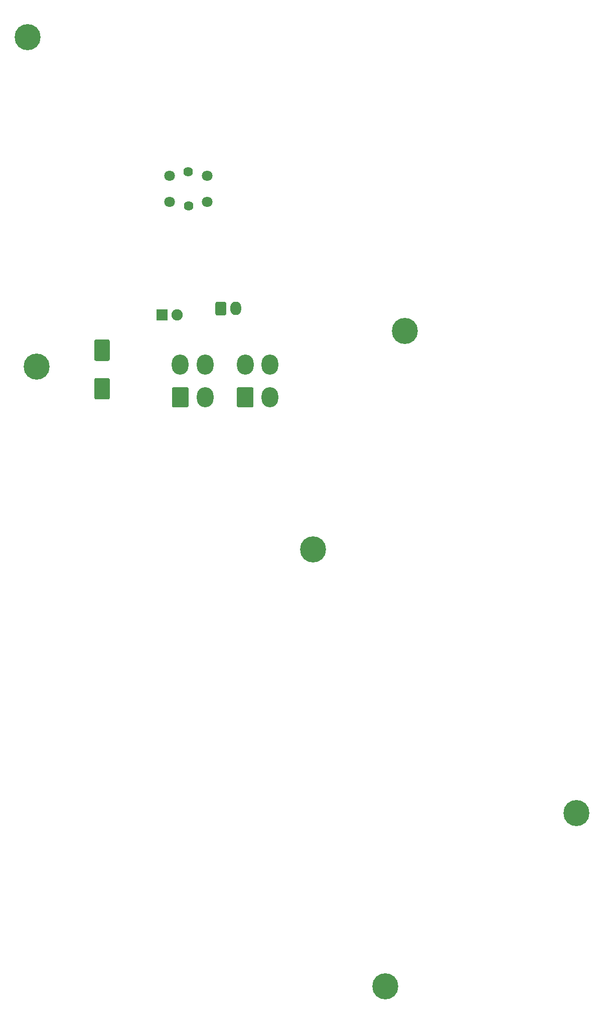
<source format=gbr>
%TF.GenerationSoftware,KiCad,Pcbnew,(5.1.6)-1*%
%TF.CreationDate,2021-08-25T11:31:01+10:00*%
%TF.ProjectId,DISP-EMC Panel PCB V1,44495350-2d45-44d4-9320-50616e656c20,rev?*%
%TF.SameCoordinates,Original*%
%TF.FileFunction,Soldermask,Bot*%
%TF.FilePolarity,Negative*%
%FSLAX46Y46*%
G04 Gerber Fmt 4.6, Leading zero omitted, Abs format (unit mm)*
G04 Created by KiCad (PCBNEW (5.1.6)-1) date 2021-08-25 11:31:01*
%MOMM*%
%LPD*%
G01*
G04 APERTURE LIST*
%ADD10C,4.400000*%
%ADD11O,2.800000X3.400000*%
%ADD12C,1.624000*%
%ADD13C,1.800000*%
%ADD14O,1.840000X2.290000*%
%ADD15C,1.900000*%
%ADD16R,1.900000X1.900000*%
G04 APERTURE END LIST*
D10*
%TO.C,6*%
X109829600Y-174244000D03*
%TD*%
%TO.C,5*%
X142087600Y-145034000D03*
%TD*%
%TO.C,4*%
X97637600Y-100558600D03*
%TD*%
%TO.C,3*%
X113131600Y-63754000D03*
%TD*%
%TO.C,3*%
X50977800Y-69748400D03*
%TD*%
%TO.C,1*%
X49403000Y-14198600D03*
%TD*%
D11*
%TO.C,J2*%
X79400000Y-69400000D03*
X75200000Y-69400000D03*
X79400000Y-74900000D03*
G36*
G01*
X73800000Y-76339600D02*
X73800000Y-73460400D01*
G75*
G02*
X74060400Y-73200000I260400J0D01*
G01*
X76339600Y-73200000D01*
G75*
G02*
X76600000Y-73460400I0J-260400D01*
G01*
X76600000Y-76339600D01*
G75*
G02*
X76339600Y-76600000I-260400J0D01*
G01*
X74060400Y-76600000D01*
G75*
G02*
X73800000Y-76339600I0J260400D01*
G01*
G37*
%TD*%
%TO.C,J1*%
X90350000Y-69400000D03*
X86150000Y-69400000D03*
X90350000Y-74900000D03*
G36*
G01*
X84750000Y-76339600D02*
X84750000Y-73460400D01*
G75*
G02*
X85010400Y-73200000I260400J0D01*
G01*
X87289600Y-73200000D01*
G75*
G02*
X87550000Y-73460400I0J-260400D01*
G01*
X87550000Y-76339600D01*
G75*
G02*
X87289600Y-76600000I-260400J0D01*
G01*
X85010400Y-76600000D01*
G75*
G02*
X84750000Y-76339600I0J260400D01*
G01*
G37*
%TD*%
D12*
%TO.C,SW1*%
X76595600Y-42671800D03*
X76555600Y-36880800D03*
D13*
X79730600Y-41960800D03*
X73380600Y-41960800D03*
X79730600Y-37515800D03*
X73380600Y-37515800D03*
%TD*%
D14*
%TO.C,J3*%
X84582000Y-59944000D03*
G36*
G01*
X81122000Y-60824633D02*
X81122000Y-59063367D01*
G75*
G02*
X81386367Y-58799000I264367J0D01*
G01*
X82697633Y-58799000D01*
G75*
G02*
X82962000Y-59063367I0J-264367D01*
G01*
X82962000Y-60824633D01*
G75*
G02*
X82697633Y-61089000I-264367J0D01*
G01*
X81386367Y-61089000D01*
G75*
G02*
X81122000Y-60824633I0J264367D01*
G01*
G37*
%TD*%
D15*
%TO.C,D1*%
X74644800Y-60998600D03*
D16*
X72104800Y-60998600D03*
%TD*%
%TO.C,C1*%
G36*
G01*
X63031400Y-68755200D02*
X60951400Y-68755200D01*
G75*
G02*
X60691400Y-68495200I0J260000D01*
G01*
X60691400Y-65415200D01*
G75*
G02*
X60951400Y-65155200I260000J0D01*
G01*
X63031400Y-65155200D01*
G75*
G02*
X63291400Y-65415200I0J-260000D01*
G01*
X63291400Y-68495200D01*
G75*
G02*
X63031400Y-68755200I-260000J0D01*
G01*
G37*
G36*
G01*
X63031400Y-75255200D02*
X60951400Y-75255200D01*
G75*
G02*
X60691400Y-74995200I0J260000D01*
G01*
X60691400Y-71915200D01*
G75*
G02*
X60951400Y-71655200I260000J0D01*
G01*
X63031400Y-71655200D01*
G75*
G02*
X63291400Y-71915200I0J-260000D01*
G01*
X63291400Y-74995200D01*
G75*
G02*
X63031400Y-75255200I-260000J0D01*
G01*
G37*
%TD*%
M02*

</source>
